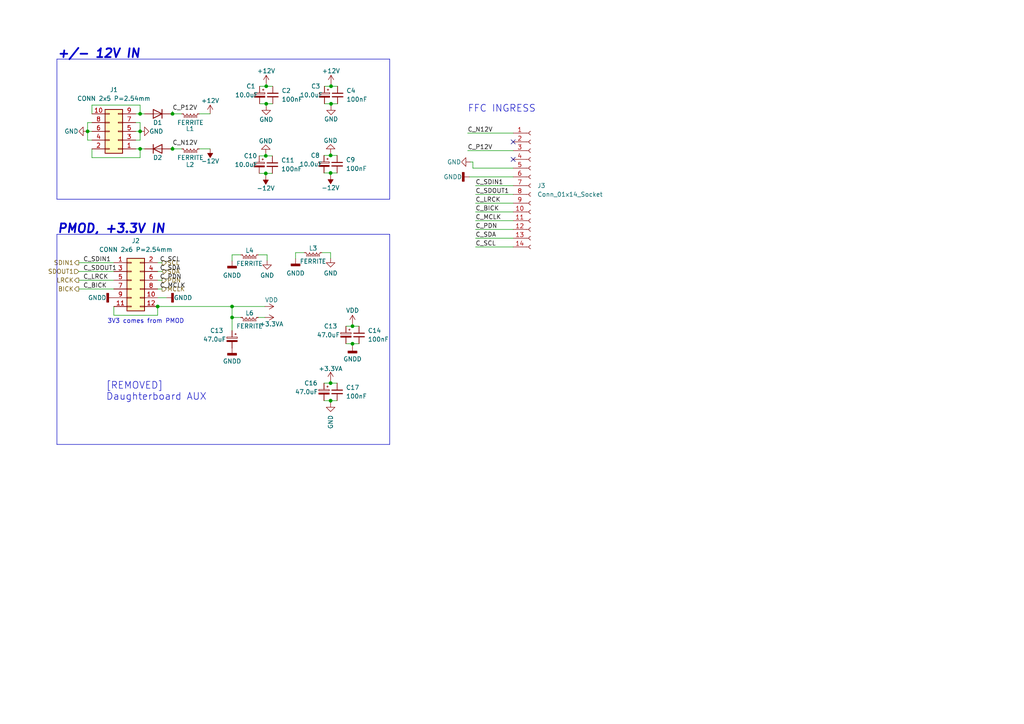
<source format=kicad_sch>
(kicad_sch (version 20230121) (generator eeschema)
  (paper "A4")
  (lib_symbols
    (symbol "Connector:Conn_01x14_Socket" (pin_names (offset 1.016) hide)
      (property "Reference" "J" (at 0 17.78 0))
      (property "Value" "Conn_01x14_Socket" (at 0 -20.32 0))
      (symbol "Conn_01x14_Socket_1_1"
        (arc (start 0 -17.272) (mid -0.5058 -17.78) (end 0 -18.288) (stroke (width 0.1524)))
        (arc (start 0 -14.732) (mid -0.5058 -15.24) (end 0 -15.748) (stroke (width 0.1524)))
        (arc (start 0 -12.192) (mid -0.5058 -12.7) (end 0 -13.208) (stroke (width 0.1524)))
        (arc (start 0 -9.652) (mid -0.5058 -10.16) (end 0 -10.668) (stroke (width 0.1524)))
        (arc (start 0 -7.112) (mid -0.5058 -7.62) (end 0 -8.128) (stroke (width 0.1524)))
        (arc (start 0 -4.572) (mid -0.5058 -5.08) (end 0 -5.588) (stroke (width 0.1524)))
        (arc (start 0 -2.032) (mid -0.5058 -2.54) (end 0 -3.048) (stroke (width 0.1524)))
        (polyline (pts (xy -1.27 -17.78) (xy -0.508 -17.78)) (stroke (width 0.1524)))
        (polyline (pts (xy -1.27 -15.24) (xy -0.508 -15.24)) (stroke (width 0.1524)))
        (polyline (pts (xy -1.27 -12.7) (xy -0.508 -12.7)) (stroke (width 0.1524)))
        (polyline (pts (xy -1.27 -10.16) (xy -0.508 -10.16)) (stroke (width 0.1524)))
        (polyline (pts (xy -1.27 -7.62) (xy -0.508 -7.62)) (stroke (width 0.1524)))
        (polyline (pts (xy -1.27 -5.08) (xy -0.508 -5.08)) (stroke (width 0.1524)))
        (polyline (pts (xy -1.27 -2.54) (xy -0.508 -2.54)) (stroke (width 0.1524)))
        (polyline (pts (xy -1.27 0) (xy -0.508 0)) (stroke (width 0.1524)))
        (polyline (pts (xy -1.27 2.54) (xy -0.508 2.54)) (stroke (width 0.1524)))
        (polyline (pts (xy -1.27 5.08) (xy -0.508 5.08)) (stroke (width 0.1524)))
        (polyline (pts (xy -1.27 7.62) (xy -0.508 7.62)) (stroke (width 0.1524)))
        (polyline (pts (xy -1.27 10.16) (xy -0.508 10.16)) (stroke (width 0.1524)))
        (polyline (pts (xy -1.27 12.7) (xy -0.508 12.7)) (stroke (width 0.1524)))
        (polyline (pts (xy -1.27 15.24) (xy -0.508 15.24)) (stroke (width 0.1524)))
        (arc (start 0 0.508) (mid -0.5058 0) (end 0 -0.508) (stroke (width 0.1524)))
        (arc (start 0 3.048) (mid -0.5058 2.54) (end 0 2.032) (stroke (width 0.1524)))
        (arc (start 0 5.588) (mid -0.5058 5.08) (end 0 4.572) (stroke (width 0.1524)))
        (arc (start 0 8.128) (mid -0.5058 7.62) (end 0 7.112) (stroke (width 0.1524)))
        (arc (start 0 10.668) (mid -0.5058 10.16) (end 0 9.652) (stroke (width 0.1524)))
        (arc (start 0 13.208) (mid -0.5058 12.7) (end 0 12.192) (stroke (width 0.1524)))
        (arc (start 0 15.748) (mid -0.5058 15.24) (end 0 14.732) (stroke (width 0.1524)))
        (pin passive line (at -5.08 15.24 0) (length 3.81) (name "Pin_1") (number "1"))
        (pin passive line (at -5.08 -7.62 0) (length 3.81) (name "Pin_10") (number "10"))
        (pin passive line (at -5.08 -10.16 0) (length 3.81) (name "Pin_11") (number "11"))
        (pin passive line (at -5.08 -12.7 0) (length 3.81) (name "Pin_12") (number "12"))
        (pin passive line (at -5.08 -15.24 0) (length 3.81) (name "Pin_13") (number "13"))
        (pin passive line (at -5.08 -17.78 0) (length 3.81) (name "Pin_14") (number "14"))
        (pin passive line (at -5.08 12.7 0) (length 3.81) (name "Pin_2") (number "2"))
        (pin passive line (at -5.08 10.16 0) (length 3.81) (name "Pin_3") (number "3"))
        (pin passive line (at -5.08 7.62 0) (length 3.81) (name "Pin_4") (number "4"))
        (pin passive line (at -5.08 5.08 0) (length 3.81) (name "Pin_5") (number "5"))
        (pin passive line (at -5.08 2.54 0) (length 3.81) (name "Pin_6") (number "6"))
        (pin passive line (at -5.08 0 0) (length 3.81) (name "Pin_7") (number "7"))
        (pin passive line (at -5.08 -2.54 0) (length 3.81) (name "Pin_8") (number "8"))
        (pin passive line (at -5.08 -5.08 0) (length 3.81) (name "Pin_9") (number "9"))
      )
    )
    (symbol "Connector_Generic:Conn_02x05_Odd_Even" (pin_names (offset 1.016) hide)
      (property "Reference" "J" (at 1.27 7.62 0))
      (property "Value" "Conn_02x05_Odd_Even" (at 1.27 -7.62 0))
      (symbol "Conn_02x05_Odd_Even_1_1"
        (rectangle (start -1.27 -4.953) (end 0 -5.207) (stroke (width 0.1524)))
        (rectangle (start -1.27 -2.413) (end 0 -2.667) (stroke (width 0.1524)))
        (rectangle (start -1.27 0.127) (end 0 -0.127) (stroke (width 0.1524)))
        (rectangle (start -1.27 2.667) (end 0 2.413) (stroke (width 0.1524)))
        (rectangle (start -1.27 5.207) (end 0 4.953) (stroke (width 0.1524)))
        (rectangle (start -1.27 6.35) (end 3.81 -6.35) (stroke (width 0.254)) (fill (type background)))
        (rectangle (start 3.81 -4.953) (end 2.54 -5.207) (stroke (width 0.1524)))
        (rectangle (start 3.81 -2.413) (end 2.54 -2.667) (stroke (width 0.1524)))
        (rectangle (start 3.81 0.127) (end 2.54 -0.127) (stroke (width 0.1524)))
        (rectangle (start 3.81 2.667) (end 2.54 2.413) (stroke (width 0.1524)))
        (rectangle (start 3.81 5.207) (end 2.54 4.953) (stroke (width 0.1524)))
        (pin passive line (at -5.08 5.08 0) (length 3.81) (name "Pin_1") (number "1"))
        (pin passive line (at 7.62 -5.08 180) (length 3.81) (name "Pin_10") (number "10"))
        (pin passive line (at 7.62 5.08 180) (length 3.81) (name "Pin_2") (number "2"))
        (pin passive line (at -5.08 2.54 0) (length 3.81) (name "Pin_3") (number "3"))
        (pin passive line (at 7.62 2.54 180) (length 3.81) (name "Pin_4") (number "4"))
        (pin passive line (at -5.08 0 0) (length 3.81) (name "Pin_5") (number "5"))
        (pin passive line (at 7.62 0 180) (length 3.81) (name "Pin_6") (number "6"))
        (pin passive line (at -5.08 -2.54 0) (length 3.81) (name "Pin_7") (number "7"))
        (pin passive line (at 7.62 -2.54 180) (length 3.81) (name "Pin_8") (number "8"))
        (pin passive line (at -5.08 -5.08 0) (length 3.81) (name "Pin_9") (number "9"))
      )
    )
    (symbol "Connector_Generic:Conn_02x06_Odd_Even" (pin_names (offset 1.016) hide)
      (property "Reference" "J" (at 1.27 7.62 0))
      (property "Value" "Conn_02x06_Odd_Even" (at 1.27 -10.16 0))
      (symbol "Conn_02x06_Odd_Even_1_1"
        (rectangle (start -1.27 -7.493) (end 0 -7.747) (stroke (width 0.1524)))
        (rectangle (start -1.27 -4.953) (end 0 -5.207) (stroke (width 0.1524)))
        (rectangle (start -1.27 -2.413) (end 0 -2.667) (stroke (width 0.1524)))
        (rectangle (start -1.27 0.127) (end 0 -0.127) (stroke (width 0.1524)))
        (rectangle (start -1.27 2.667) (end 0 2.413) (stroke (width 0.1524)))
        (rectangle (start -1.27 5.207) (end 0 4.953) (stroke (width 0.1524)))
        (rectangle (start -1.27 6.35) (end 3.81 -8.89) (stroke (width 0.254)) (fill (type background)))
        (rectangle (start 3.81 -7.493) (end 2.54 -7.747) (stroke (width 0.1524)))
        (rectangle (start 3.81 -4.953) (end 2.54 -5.207) (stroke (width 0.1524)))
        (rectangle (start 3.81 -2.413) (end 2.54 -2.667) (stroke (width 0.1524)))
        (rectangle (start 3.81 0.127) (end 2.54 -0.127) (stroke (width 0.1524)))
        (rectangle (start 3.81 2.667) (end 2.54 2.413) (stroke (width 0.1524)))
        (rectangle (start 3.81 5.207) (end 2.54 4.953) (stroke (width 0.1524)))
        (pin passive line (at -5.08 5.08 0) (length 3.81) (name "Pin_1") (number "1"))
        (pin passive line (at 7.62 -5.08 180) (length 3.81) (name "Pin_10") (number "10"))
        (pin passive line (at -5.08 -7.62 0) (length 3.81) (name "Pin_11") (number "11"))
        (pin passive line (at 7.62 -7.62 180) (length 3.81) (name "Pin_12") (number "12"))
        (pin passive line (at 7.62 5.08 180) (length 3.81) (name "Pin_2") (number "2"))
        (pin passive line (at -5.08 2.54 0) (length 3.81) (name "Pin_3") (number "3"))
        (pin passive line (at 7.62 2.54 180) (length 3.81) (name "Pin_4") (number "4"))
        (pin passive line (at -5.08 0 0) (length 3.81) (name "Pin_5") (number "5"))
        (pin passive line (at 7.62 0 180) (length 3.81) (name "Pin_6") (number "6"))
        (pin passive line (at -5.08 -2.54 0) (length 3.81) (name "Pin_7") (number "7"))
        (pin passive line (at 7.62 -2.54 180) (length 3.81) (name "Pin_8") (number "8"))
        (pin passive line (at -5.08 -5.08 0) (length 3.81) (name "Pin_9") (number "9"))
      )
    )
    (symbol "Device:C_Polarized_Small" (pin_numbers hide) (pin_names (offset 0.254) hide)
      (property "Reference" "C" (at 0.254 1.778 0))
      (property "Value" "C_Polarized_Small" (at 0.254 -2.032 0))
      (symbol "C_Polarized_Small_0_1"
        (rectangle (start -1.524 -0.3048) (end 1.524 -0.6858) (fill (type outline)))
        (rectangle (start -1.524 0.6858) (end 1.524 0.3048))
        (polyline (pts (xy -1.27 1.524) (xy -0.762 1.524)))
        (polyline (pts (xy -1.016 1.27) (xy -1.016 1.778)))
      )
      (symbol "C_Polarized_Small_1_1"
        (pin passive line (at 0 2.54 270) (length 1.8542) (name "~") (number "1"))
        (pin passive line (at 0 -2.54 90) (length 1.8542) (name "~") (number "2"))
      )
    )
    (symbol "Device:C_Small" (pin_numbers hide) (pin_names (offset 0.254) hide)
      (property "Reference" "C" (at 0.254 1.778 0))
      (property "Value" "C_Small" (at 0.254 -2.032 0))
      (symbol "C_Small_0_1"
        (polyline (pts (xy -1.524 -0.508) (xy 1.524 -0.508)) (stroke (width 0.3302)))
        (polyline (pts (xy -1.524 0.508) (xy 1.524 0.508)) (stroke (width 0.3048)))
      )
      (symbol "C_Small_1_1"
        (pin passive line (at 0 2.54 270) (length 2.032) (name "~") (number "1"))
        (pin passive line (at 0 -2.54 90) (length 2.032) (name "~") (number "2"))
      )
    )
    (symbol "Device:L_Ferrite_Small" (pin_numbers hide) (pin_names (offset 0.254) hide)
      (property "Reference" "L" (at 1.27 1.016 0))
      (property "Value" "L_Ferrite_Small" (at 1.27 -1.27 0))
      (symbol "L_Ferrite_Small_0_1"
        (arc (start 0 -2.032) (mid 0.5058 -1.524) (end 0 -1.016))
        (arc (start 0 -1.016) (mid 0.5058 -0.508) (end 0 0))
        (polyline (pts (xy 0.762 -1.905) (xy 0.762 -1.651)))
        (polyline (pts (xy 0.762 -1.397) (xy 0.762 -1.143)))
        (polyline (pts (xy 0.762 -0.889) (xy 0.762 -0.635)))
        (polyline (pts (xy 0.762 -0.381) (xy 0.762 -0.127)))
        (polyline (pts (xy 0.762 0.127) (xy 0.762 0.381)))
        (polyline (pts (xy 0.762 0.635) (xy 0.762 0.889)))
        (polyline (pts (xy 0.762 1.143) (xy 0.762 1.397)))
        (polyline (pts (xy 0.762 1.651) (xy 0.762 1.905)))
        (polyline (pts (xy 1.016 -1.651) (xy 1.016 -1.905)))
        (polyline (pts (xy 1.016 -1.143) (xy 1.016 -1.397)))
        (polyline (pts (xy 1.016 -0.635) (xy 1.016 -0.889)))
        (polyline (pts (xy 1.016 -0.127) (xy 1.016 -0.381)))
        (polyline (pts (xy 1.016 0.381) (xy 1.016 0.127)))
        (polyline (pts (xy 1.016 0.889) (xy 1.016 0.635)))
        (polyline (pts (xy 1.016 1.397) (xy 1.016 1.143)))
        (polyline (pts (xy 1.016 1.905) (xy 1.016 1.651)))
        (arc (start 0 0) (mid 0.5058 0.508) (end 0 1.016))
        (arc (start 0 1.016) (mid 0.5058 1.524) (end 0 2.032))
      )
      (symbol "L_Ferrite_Small_1_1"
        (pin passive line (at 0 2.54 270) (length 0.508) (name "~") (number "1"))
        (pin passive line (at 0 -2.54 90) (length 0.508) (name "~") (number "2"))
      )
    )
    (symbol "Diode:US1G" (pin_numbers hide) (pin_names (offset 1.016) hide)
      (property "Reference" "D" (at 0 2.54 0))
      (property "Value" "US1G" (at 0 -2.54 0))
      (symbol "US1G_0_1"
        (polyline (pts (xy -1.27 1.27) (xy -1.27 -1.27)) (stroke (width 0.254)))
        (polyline (pts (xy 1.27 0) (xy -1.27 0)))
        (polyline (pts (xy 1.27 1.27) (xy 1.27 -1.27) (xy -1.27 0) (xy 1.27 1.27)) (stroke (width 0.254)))
      )
      (symbol "US1G_1_1"
        (pin passive line (at -3.81 0 0) (length 2.54) (name "K") (number "1"))
        (pin passive line (at 3.81 0 180) (length 2.54) (name "A") (number "2"))
      )
    )
    (symbol "power:+12V" (power) (pin_names (offset 0))
      (property "Value" "+12V" (at 0 3.556 0))
      (symbol "+12V_0_1"
        (polyline (pts (xy -0.762 1.27) (xy 0 2.54)))
        (polyline (pts (xy 0 0) (xy 0 2.54)))
        (polyline (pts (xy 0 2.54) (xy 0.762 1.27)))
      )
      (symbol "+12V_1_1"
        (pin power_in line (at 0 0 90) (length 0) hide (name "+12V") (number "1"))
      )
    )
    (symbol "power:+3.3VA" (power) (pin_names (offset 0))
      (property "Value" "+3.3VA" (at 0 3.556 0))
      (symbol "+3.3VA_0_1"
        (polyline (pts (xy -0.762 1.27) (xy 0 2.54)))
        (polyline (pts (xy 0 0) (xy 0 2.54)))
        (polyline (pts (xy 0 2.54) (xy 0.762 1.27)))
      )
      (symbol "+3.3VA_1_1"
        (pin power_in line (at 0 0 90) (length 0) hide (name "+3.3VA") (number "1"))
      )
    )
    (symbol "power:-12V" (power) (pin_names (offset 0))
      (property "Value" "-12V" (at 0 3.81 0))
      (symbol "-12V_0_0"
        (pin power_in line (at 0 0 90) (length 0) hide (name "-12V") (number "1"))
      )
      (symbol "-12V_0_1"
        (polyline (pts (xy 0 0) (xy 0 1.27) (xy 0.762 1.27) (xy 0 2.54) (xy -0.762 1.27) (xy 0 1.27)) (fill (type outline)))
      )
    )
    (symbol "power:GND" (power) (pin_names (offset 0))
      (property "Value" "GND" (at 0 -3.81 0))
      (symbol "GND_0_1"
        (polyline (pts (xy 0 0) (xy 0 -1.27) (xy 1.27 -1.27) (xy 0 -2.54) (xy -1.27 -1.27) (xy 0 -1.27)))
      )
      (symbol "GND_1_1"
        (pin power_in line (at 0 0 270) (length 0) hide (name "GND") (number "1"))
      )
    )
    (symbol "power:GNDD" (power) (pin_names (offset 0))
      (property "Value" "GNDD" (at 0 -3.175 0))
      (symbol "GNDD_0_1"
        (rectangle (start -1.27 -1.524) (end 1.27 -2.032) (stroke (width 0.254)) (fill (type outline)))
        (polyline (pts (xy 0 0) (xy 0 -1.524)))
      )
      (symbol "GNDD_1_1"
        (pin power_in line (at 0 0 270) (length 0) hide (name "GNDD") (number "1"))
      )
    )
    (symbol "power:VDD" (power) (pin_names (offset 0))
      (property "Value" "VDD" (at 0 3.81 0))
      (symbol "VDD_0_1"
        (polyline (pts (xy -0.762 1.27) (xy 0 2.54)))
        (polyline (pts (xy 0 0) (xy 0 2.54)))
        (polyline (pts (xy 0 2.54) (xy 0.762 1.27)))
      )
      (symbol "VDD_1_1"
        (pin power_in line (at 0 0 90) (length 0) hide (name "VDD") (number "1"))
      )
    )
  )
  (junction (at 45.72 88.9))
  (junction (at 50.038 43.18))
  (junction (at 96.012 30.099))
  (junction (at 77.216 25.019))
  (junction (at 25.4 38.1))
  (junction (at 50.038 33.02))
  (junction (at 77.089 50.292))
  (junction (at 95.885 45.085))
  (junction (at 40.64 38.1))
  (junction (at 95.885 111.125))
  (junction (at 77.216 30.099))
  (junction (at 77.089 45.212))
  (junction (at 95.885 50.165))
  (junction (at 40.64 43.18))
  (junction (at 96.012 25.019))
  (junction (at 95.885 116.205))
  (junction (at 67.31 88.9))
  (junction (at 102.235 99.695))
  (junction (at 67.31 92.075))
  (junction (at 40.64 33.02))
  (junction (at 102.235 94.615))
  (no_connect (at 148.844 46.228))
  (no_connect (at 148.844 41.148))
  (wire (pts (xy 75.184 45.212) (xy 77.089 45.212)))
  (wire (pts (xy 93.98 45.085) (xy 95.885 45.085)))
  (polyline (pts (xy 113.03 57.785) (xy 16.51 57.785)))
  (wire (pts (xy 93.98 116.205) (xy 95.885 116.205)))
  (wire (pts (xy 45.72 78.74) (xy 46.99 78.74)))
  (wire (pts (xy 77.089 50.292) (xy 77.089 50.927)))
  (wire (pts (xy 96.012 30.099) (xy 96.012 30.734)))
  (polyline (pts (xy 19.05 17.145) (xy 113.03 17.145)))
  (wire (pts (xy 40.64 45.72) (xy 26.67 45.72)))
  (wire (pts (xy 100.33 99.695) (xy 102.235 99.695)))
  (wire (pts (xy 40.64 43.18) (xy 40.64 45.72)))
  (wire (pts (xy 74.93 73.914) (xy 77.47 73.914)))
  (wire (pts (xy 22.86 81.28) (xy 33.02 81.28)))
  (wire (pts (xy 77.47 75.565) (xy 77.47 73.914)))
  (wire (pts (xy 96.012 30.099) (xy 97.917 30.099)))
  (wire (pts (xy 95.885 111.125) (xy 97.79 111.125)))
  (wire (pts (xy 77.216 30.099) (xy 79.121 30.099)))
  (wire (pts (xy 93.98 50.165) (xy 95.885 50.165)))
  (wire (pts (xy 95.885 74.93) (xy 95.885 73.279)))
  (wire (pts (xy 95.885 44.45) (xy 95.885 45.085)))
  (wire (pts (xy 50.038 43.18) (xy 52.705 43.18)))
  (wire (pts (xy 39.37 33.02) (xy 40.64 33.02)))
  (wire (pts (xy 40.64 33.02) (xy 41.91 33.02)))
  (wire (pts (xy 77.216 24.384) (xy 77.216 25.019)))
  (wire (pts (xy 137.16 46.99) (xy 137.16 48.768)))
  (wire (pts (xy 33.02 88.9) (xy 33.02 91.44)))
  (wire (pts (xy 39.37 35.56) (xy 40.64 35.56)))
  (polyline (pts (xy 16.51 57.785) (xy 16.51 17.145)))
  (wire (pts (xy 95.885 50.165) (xy 95.885 50.8)))
  (wire (pts (xy 25.4 35.56) (xy 26.67 35.56)))
  (wire (pts (xy 77.089 45.212) (xy 78.994 45.212)))
  (wire (pts (xy 40.64 43.18) (xy 41.91 43.18)))
  (wire (pts (xy 45.72 86.36) (xy 48.26 86.36)))
  (wire (pts (xy 102.235 93.98) (xy 102.235 94.615)))
  (polyline (pts (xy 113.03 67.945) (xy 113.03 128.905)))
  (wire (pts (xy 67.31 73.914) (xy 67.31 75.692)))
  (wire (pts (xy 137.922 58.928) (xy 148.844 58.928)))
  (wire (pts (xy 67.31 73.914) (xy 69.85 73.914)))
  (wire (pts (xy 137.922 66.548) (xy 148.844 66.548)))
  (wire (pts (xy 57.785 43.18) (xy 60.96 43.18)))
  (wire (pts (xy 22.86 78.74) (xy 33.02 78.74)))
  (wire (pts (xy 45.72 83.82) (xy 46.99 83.82)))
  (wire (pts (xy 45.72 88.9) (xy 67.31 88.9)))
  (wire (pts (xy 95.885 116.205) (xy 97.79 116.205)))
  (wire (pts (xy 95.885 116.205) (xy 95.885 116.84)))
  (wire (pts (xy 33.02 91.44) (xy 45.72 91.44)))
  (wire (pts (xy 26.67 30.48) (xy 26.67 33.02)))
  (wire (pts (xy 22.86 76.2) (xy 33.02 76.2)))
  (wire (pts (xy 95.885 110.49) (xy 95.885 111.125)))
  (wire (pts (xy 96.012 24.384) (xy 96.012 25.019)))
  (wire (pts (xy 26.67 40.64) (xy 25.4 40.64)))
  (wire (pts (xy 49.53 33.02) (xy 50.038 33.02)))
  (wire (pts (xy 136.144 51.308) (xy 148.844 51.308)))
  (wire (pts (xy 137.922 71.628) (xy 148.844 71.628)))
  (wire (pts (xy 50.038 32.258) (xy 50.038 33.02)))
  (wire (pts (xy 39.37 40.64) (xy 40.64 40.64)))
  (wire (pts (xy 40.64 38.1) (xy 40.64 40.64)))
  (wire (pts (xy 45.72 81.28) (xy 46.99 81.28)))
  (wire (pts (xy 137.922 69.088) (xy 148.844 69.088)))
  (polyline (pts (xy 16.51 17.145) (xy 19.05 17.145)))
  (wire (pts (xy 137.922 56.388) (xy 148.844 56.388)))
  (wire (pts (xy 93.98 111.125) (xy 95.885 111.125)))
  (wire (pts (xy 50.038 42.418) (xy 50.038 43.18)))
  (wire (pts (xy 85.725 73.279) (xy 88.265 73.279)))
  (wire (pts (xy 45.72 76.2) (xy 46.99 76.2)))
  (wire (pts (xy 77.216 25.019) (xy 79.121 25.019)))
  (polyline (pts (xy 16.51 67.945) (xy 16.51 128.905)))
  (wire (pts (xy 137.16 48.768) (xy 148.844 48.768)))
  (wire (pts (xy 93.345 73.279) (xy 95.885 73.279)))
  (wire (pts (xy 94.107 30.099) (xy 96.012 30.099)))
  (wire (pts (xy 74.93 92.075) (xy 76.835 92.075)))
  (wire (pts (xy 50.038 33.02) (xy 52.705 33.02)))
  (wire (pts (xy 135.636 38.608) (xy 148.844 38.608)))
  (wire (pts (xy 102.235 94.615) (xy 104.14 94.615)))
  (wire (pts (xy 102.235 99.695) (xy 104.14 99.695)))
  (polyline (pts (xy 16.51 67.945) (xy 113.03 67.945)))
  (wire (pts (xy 67.31 88.9) (xy 76.835 88.9)))
  (wire (pts (xy 22.86 83.82) (xy 33.02 83.82)))
  (wire (pts (xy 40.64 33.02) (xy 40.64 30.48)))
  (wire (pts (xy 77.089 44.577) (xy 77.089 45.212)))
  (wire (pts (xy 75.311 25.019) (xy 77.216 25.019)))
  (wire (pts (xy 100.33 94.615) (xy 102.235 94.615)))
  (wire (pts (xy 95.885 50.165) (xy 97.79 50.165)))
  (wire (pts (xy 136.398 46.99) (xy 137.16 46.99)))
  (wire (pts (xy 25.4 38.1) (xy 26.67 38.1)))
  (wire (pts (xy 26.67 45.72) (xy 26.67 43.18)))
  (wire (pts (xy 77.216 30.099) (xy 77.216 30.734)))
  (wire (pts (xy 67.31 92.075) (xy 67.31 95.885)))
  (wire (pts (xy 40.64 30.48) (xy 26.67 30.48)))
  (wire (pts (xy 67.31 92.075) (xy 69.85 92.075)))
  (wire (pts (xy 96.012 25.019) (xy 97.917 25.019)))
  (wire (pts (xy 57.785 33.02) (xy 60.96 33.02)))
  (wire (pts (xy 137.922 64.008) (xy 148.844 64.008)))
  (wire (pts (xy 75.184 50.292) (xy 77.089 50.292)))
  (wire (pts (xy 25.4 40.64) (xy 25.4 38.1)))
  (wire (pts (xy 45.72 91.44) (xy 45.72 88.9)))
  (wire (pts (xy 77.089 50.292) (xy 78.994 50.292)))
  (wire (pts (xy 137.922 61.468) (xy 148.844 61.468)))
  (wire (pts (xy 39.37 38.1) (xy 40.64 38.1)))
  (wire (pts (xy 85.725 73.279) (xy 85.725 75.057)))
  (wire (pts (xy 135.636 43.688) (xy 148.844 43.688)))
  (wire (pts (xy 25.4 38.1) (xy 25.4 35.56)))
  (wire (pts (xy 39.37 43.18) (xy 40.64 43.18)))
  (wire (pts (xy 75.311 30.099) (xy 77.216 30.099)))
  (wire (pts (xy 94.107 25.019) (xy 96.012 25.019)))
  (wire (pts (xy 67.31 88.9) (xy 67.31 92.075)))
  (polyline (pts (xy 113.03 17.145) (xy 113.03 57.785)))
  (wire (pts (xy 49.53 43.18) (xy 50.038 43.18)))
  (wire (pts (xy 40.64 35.56) (xy 40.64 38.1)))
  (wire (pts (xy 137.922 53.848) (xy 148.844 53.848)))
  (wire (pts (xy 102.235 99.695) (xy 102.235 100.33)))
  (polyline (pts (xy 113.03 128.905) (xy 16.51 128.905)))
  (wire (pts (xy 95.885 45.085) (xy 97.79 45.085)))
  (text "+/- 12V IN" (at 16.51 17.145 0) (effects (font (size 2.54 2.54) (thickness 0.508) bold italic) (justify left bottom)))
  (text "PMOD, +3.3V IN" (at 16.51 67.945 0) (effects (font (size 2.54 2.54) (thickness 0.508) bold italic) (justify left bottom)))
  (text "3V3 comes from PMOD" (at 31.115 93.98 0) (effects (font (size 1.27 1.27)) (justify left bottom)))
  (text "[REMOVED]\nDaughterboard AUX" (at 30.734 116.332 0) (effects (font (size 2 2)) (justify left bottom)))
  (text "FFC INGRESS" (at 135.636 32.766 0) (effects (font (size 2 2)) (justify left bottom)))
  (label "C_MCLK" (at 46.355 83.82 0))
  (label "C_SCL" (at 137.922 71.628 0))
  (label "C_SCL" (at 46.355 76.2 0))
  (label "C_N12V" (at 135.636 38.608 0))
  (label "C_SDOUT1" (at 24.13 78.74 0))
  (label "C_LRCK" (at 137.922 58.928 0))
  (label "C_SDA" (at 137.922 69.088 0))
  (label "C_P12V" (at 135.636 43.688 0))
  (label "C_SDIN1" (at 24.13 76.2 0))
  (label "C_BICK" (at 137.922 61.468 0))
  (label "C_PDN" (at 46.355 81.28 0))
  (label "C_PDN" (at 137.922 66.548 0))
  (label "C_P12V" (at 50.038 32.258 0))
  (label "C_MCLK" (at 137.922 64.008 0))
  (label "C_SDOUT1" (at 137.922 56.388 0))
  (label "C_LRCK" (at 24.13 81.28 0))
  (label "C_N12V" (at 50.038 42.418 0))
  (label "C_BICK" (at 24.13 83.82 0))
  (label "C_SDA" (at 46.355 78.74 0))
  (label "C_SDIN1" (at 137.922 53.848 0))
  (hierarchical_label "SDOUT1" (shape input) (at 22.86 78.74 180))
  (hierarchical_label "SDA" (shape bidirectional) (at 46.99 78.74 0))
  (hierarchical_label "LRCK" (shape output) (at 22.86 81.28 180))
  (hierarchical_label "PDN" (shape output) (at 46.99 81.28 0))
  (hierarchical_label "BICK" (shape output) (at 22.86 83.82 180))
  (hierarchical_label "SDIN1" (shape output) (at 22.86 76.2 180))
  (hierarchical_label "SCL" (shape output) (at 46.99 76.2 0))
  (hierarchical_label "MCLK" (shape output) (at 46.99 83.82 0))
  (symbol (lib_id "Connector_Generic:Conn_02x05_Odd_Even") (at 34.29 38.1 180) (unit 1)
    (property "Reference" "J1" (at 33.02 26.035 0))
    (property "Value" "CONN 2x5 P=2.54mm" (at 33.02 28.575 0))
    (property "Footprint" "Connector_PinHeader_2.54mm:PinHeader_2x05_P2.54mm_Horizontal" (effects hide))
    (property "lcsc#" "C492433" (effects hide))
    (property "mfg#" "PZ254R-12-10P" (effects hide))
  )
  (symbol (lib_id "Device:C_Polarized_Small") (at 94.107 27.559 0) (mirror y) (unit 1)
    (property "Reference" "C3" (at 91.567 25.019 0))
    (property "Value" "10.0uF" (at 90.297 27.559 0))
    (property "Footprint" "Capacitor_Tantalum_SMD:CP_EIA-3216-10_Kemet-I" (effects hide))
    (property "Datasheet" "https://datasheet.lcsc.com/lcsc/1810252220_KEMET-T491A106K016AT_C110055.pdf" (effects hide))
    (property "dig#" "399-18019-1-ND" (effects hide))
    (property "mfg#" "T491A106K016AT" (effects hide))
    (property "lcsc#" "C110055" (effects hide))
    (instances (project "eurorack-pmod-pcb" (path "" (reference "C3") (unit 1)) (path "" (reference "C11") (unit 1))))
  )
  (symbol (lib_id "power:GNDD") (at 85.725 75.057 0) (unit 1)
    (property "Reference" "#PWR027" (effects hide))
    (property "Value" "GNDD" (at 85.725 79.248 0))
    (instances (project "eurorack-pmod-pcb" (path "" (reference "#PWR027") (unit 1)) (path "" (reference "#PWR029") (unit 1))))
  )
  (symbol (lib_id "power:GNDD") (at 136.144 51.308 270) (unit 1)
    (property "Reference" "#PWR032" (effects hide))
    (property "Value" "GNDD" (at 131.318 51.308 90))
    (instances (project "eurorack-pmod-pcb" (path "" (reference "#PWR032") (unit 1)) (path "" (reference "#PWR012") (unit 1))))
  )
  (symbol (lib_id "power:+12V") (at 77.216 24.384 0) (unit 1)
    (property "Reference" "#PWR08" (effects hide))
    (property "Value" "+12V" (at 74.549 20.574 0) (effects (justify left)))
    (instances (project "eurorack-pmod-pcb" (path "" (reference "#PWR08") (unit 1)) (path "" (reference "#PWR026") (unit 1))))
  )
  (symbol (lib_id "Device:L_Ferrite_Small") (at 55.245 33.02 270) (unit 1)
    (property "Reference" "L1" (at 55.118 37.338 90))
    (property "Value" "FERRITE" (at 55.245 35.56 90))
    (property "Footprint" "Inductor_SMD:L_0603_1608Metric" (effects hide))
    (property "Datasheet" "https://datasheet.lcsc.com/lcsc/1810311132_Murata-Electronics-BLM18PG121SN1D_C14709.pdf" (effects hide))
    (property "mfg#" "BLM18PG121SN1D" (effects hide))
    (property "lcsc#" "C14709" (effects hide))
  )
  (symbol (lib_id "power:GND") (at 136.398 46.99 270) (mirror x) (unit 1)
    (property "Reference" "#PWR014" (effects hide))
    (property "Value" "GND" (at 129.667 46.99 90) (effects (justify left)))
    (instances (project "eurorack-pmod-pcb" (path "" (reference "#PWR014") (unit 1)) (path "" (reference "#PWR0107") (unit 1))))
  )
  (symbol (lib_id "power:+12V") (at 60.96 33.02 0) (unit 1)
    (property "Reference" "#PWR012" (effects hide))
    (property "Value" "+12V" (at 63.627 29.21 0) (effects (justify right)))
    (instances (project "eurorack-pmod-pcb" (path "" (reference "#PWR012") (unit 1)) (path "" (reference "#PWR013") (unit 1))))
  )
  (symbol (lib_id "Device:C_Polarized_Small") (at 93.98 47.625 0) (mirror y) (unit 1)
    (property "Reference" "C8" (at 91.44 45.085 0))
    (property "Value" "10.0uF" (at 90.17 47.625 0))
    (property "Footprint" "Capacitor_Tantalum_SMD:CP_EIA-3216-10_Kemet-I" (effects hide))
    (property "Datasheet" "https://datasheet.lcsc.com/lcsc/1810252220_KEMET-T491A106K016AT_C110055.pdf" (effects hide))
    (property "dig#" "399-18019-1-ND" (effects hide))
    (property "mfg#" "T491A106K016AT" (effects hide))
    (property "lcsc#" "C110055" (effects hide))
    (instances (project "eurorack-pmod-pcb" (path "" (reference "C8") (unit 1)) (path "" (reference "C9") (unit 1))))
  )
  (symbol (lib_id "power:GND") (at 77.47 75.565 0) (unit 1)
    (property "Reference" "#PWR028" (effects hide))
    (property "Value" "GND" (at 75.438 79.883 0) (effects (justify left)))
  )
  (symbol (lib_id "Diode:US1G") (at 45.72 43.18 0) (unit 1)
    (property "Reference" "D2" (at 45.72 45.72 0))
    (property "Value" "1N4007FL" (effects hide))
    (property "Footprint" "Diode_SMD:D_SOD-123F" (effects hide))
    (property "Datasheet" "https://www.diodes.com/assets/Datasheets/ds16008.pdf" (effects hide))
    (property "dig#" "1655-1N4007FLCT-ND" (effects hide))
    (property "mfg#" "1N4007FL" (effects hide))
    (property "lcsc#" "C2840959" (effects hide))
  )
  (symbol (lib_id "power:GND") (at 95.885 44.45 180) (unit 1)
    (property "Reference" "#PWR019" (effects hide))
    (property "Value" "GND" (at 97.917 40.767 0) (effects (justify left)))
    (instances (project "eurorack-pmod-pcb" (path "" (reference "#PWR019") (unit 1)) (path "" (reference "#PWR031") (unit 1))))
  )
  (symbol (lib_id "power:GNDD") (at 33.02 86.36 270) (unit 1)
    (property "Reference" "#PWR031" (effects hide))
    (property "Value" "GNDD" (at 28.194 86.36 90))
    (instances (project "eurorack-pmod-pcb" (path "" (reference "#PWR031") (unit 1)) (path "" (reference "#PWR09") (unit 1))))
  )
  (symbol (lib_id "power:GNDD") (at 48.26 86.36 90) (unit 1)
    (property "Reference" "#PWR032" (effects hide))
    (property "Value" "GNDD" (at 53.086 86.36 90))
    (instances (project "eurorack-pmod-pcb" (path "" (reference "#PWR032") (unit 1)) (path "" (reference "#PWR011") (unit 1))))
  )
  (symbol (lib_id "Device:L_Ferrite_Small") (at 72.39 73.914 270) (unit 1)
    (property "Reference" "L4" (at 72.39 72.644 90))
    (property "Value" "FERRITE" (at 72.39 76.454 90))
    (property "Footprint" "Inductor_SMD:L_0603_1608Metric" (effects hide))
    (property "Datasheet" "https://datasheet.lcsc.com/lcsc/1810311132_Murata-Electronics-BLM18PG121SN1D_C14709.pdf" (effects hide))
    (property "mfg#" "BLM18PG121SN1D" (effects hide))
    (property "lcsc#" "C14709" (effects hide))
    (instances (project "eurorack-pmod-pcb" (path "" (reference "L4") (unit 1)) (path "" (reference "L3") (unit 1))))
  )
  (symbol (lib_id "Diode:US1G") (at 45.72 33.02 180) (unit 1)
    (property "Reference" "D1" (at 45.72 35.56 0))
    (property "Value" "1N4007FL" (effects hide))
    (property "Footprint" "Diode_SMD:D_SOD-123F" (effects hide))
    (property "Datasheet" "https://www.diodes.com/assets/Datasheets/ds16008.pdf" (effects hide))
    (property "dig#" "1655-1N4007FLCT-ND" (effects hide))
    (property "mfg#" "1N4007FL" (effects hide))
    (property "lcsc#" "C2840959" (effects hide))
  )
  (symbol (lib_id "Device:C_Polarized_Small") (at 75.311 27.559 0) (mirror y) (unit 1)
    (property "Reference" "C1" (at 72.771 25.019 0))
    (property "Value" "10.0uF" (at 71.501 27.559 0))
    (property "Footprint" "Capacitor_Tantalum_SMD:CP_EIA-3216-10_Kemet-I" (effects hide))
    (property "Datasheet" "https://datasheet.lcsc.com/lcsc/1810252220_KEMET-T491A106K016AT_C110055.pdf" (effects hide))
    (property "dig#" "399-18019-1-ND" (effects hide))
    (property "mfg#" "T491A106K016AT" (effects hide))
    (property "lcsc#" "C110055" (effects hide))
    (instances (project "eurorack-pmod-pcb" (path "" (reference "C1") (unit 1)) (path "" (reference "C5") (unit 1))))
  )
  (symbol (lib_id "Connector_Generic:Conn_02x06_Odd_Even") (at 38.1 81.28 0) (unit 1)
    (property "Reference" "J2" (at 39.37 69.85 0))
    (property "Value" "CONN 2x6 P=2.54mm" (at 39.37 72.39 0))
    (property "Footprint" "Connector_PinHeader_2.54mm:PinHeader_2x06_P2.54mm_Horizontal" (effects hide))
    (property "lcsc#" "C2894986" (effects hide))
    (property "mfg#" "PZ254-2-06-W-8.5" (effects hide))
  )
  (symbol (lib_id "Device:C_Small") (at 97.79 113.665 0) (unit 1)
    (property "Reference" "C17" (at 100.33 112.4012 0) (effects (justify left)))
    (property "Value" "100nF" (at 100.33 114.9412 0) (effects (justify left)))
    (property "Footprint" "Capacitor_SMD:C_0603_1608Metric" (effects hide))
    (property "Datasheet" "https://datasheet.lcsc.com/lcsc/1912111437_TDK-C1608X7R1E104KT000N_C338036.pdf" (effects hide))
    (property "lcsc#" "C338036" (effects hide))
    (property "mfg#" "C1608X7R1E104KT000N" (effects hide))
    (instances (project "eurorack-pmod-pcb" (path "" (reference "C17") (unit 1)) (path "" (reference "C14") (unit 1))))
  )
  (symbol (lib_id "power:GND") (at 95.885 116.84 0) (unit 1)
    (property "Reference" "#PWR048" (effects hide))
    (property "Value" "GND" (at 95.885 124.46 90) (effects (justify left)))
    (instances (project "eurorack-pmod-pcb" (path "" (reference "#PWR048") (unit 1)) (path "" (reference "#PWR037") (unit 1))))
  )
  (symbol (lib_id "Device:L_Ferrite_Small") (at 72.39 92.075 270) (unit 1)
    (property "Reference" "L6" (at 72.39 90.805 90))
    (property "Value" "FERRITE" (at 72.39 94.615 90))
    (property "Footprint" "Inductor_SMD:L_0603_1608Metric" (effects hide))
    (property "Datasheet" "https://datasheet.lcsc.com/lcsc/1810311132_Murata-Electronics-BLM18PG121SN1D_C14709.pdf" (effects hide))
    (property "mfg#" "BLM18PG121SN1D" (effects hide))
    (property "lcsc#" "C14709" (effects hide))
    (instances (project "eurorack-pmod-pcb" (path "" (reference "L6") (unit 1)) (path "" (reference "L4") (unit 1))))
  )
  (symbol (lib_id "Device:C_Small") (at 78.994 47.752 0) (unit 1)
    (property "Reference" "C11" (at 81.534 46.4882 0) (effects (justify left)))
    (property "Value" "100nF" (at 81.534 49.0282 0) (effects (justify left)))
    (property "Footprint" "Capacitor_SMD:C_0603_1608Metric" (effects hide))
    (property "Datasheet" "https://datasheet.lcsc.com/lcsc/1912111437_TDK-C1608X7R1E104KT000N_C338036.pdf" (effects hide))
    (property "lcsc#" "C338036" (effects hide))
    (property "mfg#" "C1608X7R1E104KT000N" (effects hide))
    (instances (project "eurorack-pmod-pcb" (path "" (reference "C11") (unit 1)) (path "" (reference "C6") (unit 1))))
  )
  (symbol (lib_id "Device:C_Polarized_Small") (at 93.98 113.665 0) (mirror y) (unit 1)
    (property "Reference" "C16" (at 90.17 111.125 0))
    (property "Value" "47.0uF" (at 88.9 113.665 0))
    (property "Footprint" "Capacitor_Tantalum_SMD:CP_EIA-3216-10_Kemet-I" (effects hide))
    (property "Datasheet" "https://datasheet.lcsc.com/lcsc/1810252220_KEMET-T491A106K016AT_C110055.pdf" (effects hide))
    (property "mfg#" "T491A476K006AT" (effects hide))
    (property "lcsc#" "C118999" (effects hide))
    (instances (project "eurorack-pmod-pcb" (path "" (reference "C16") (unit 1)) (path "" (reference "C10") (unit 1))))
  )
  (symbol (lib_id "power:GND") (at 77.089 44.577 180) (unit 1)
    (property "Reference" "#PWR020" (effects hide))
    (property "Value" "GND" (at 79.121 40.894 0) (effects (justify left)))
    (instances (project "eurorack-pmod-pcb" (path "" (reference "#PWR020") (unit 1)) (path "" (reference "#PWR024") (unit 1))))
  )
  (symbol (lib_id "power:-12V") (at 95.885 50.8 180) (unit 1)
    (property "Reference" "#PWR024" (effects hide))
    (property "Value" "-12V" (at 93.218 54.483 0) (effects (justify right)))
    (instances (project "eurorack-pmod-pcb" (path "" (reference "#PWR024") (unit 1)) (path "" (reference "#PWR032") (unit 1))))
  )
  (symbol (lib_id "power:GND") (at 25.4 38.1 270) (mirror x) (unit 1)
    (property "Reference" "#PWR013" (effects hide))
    (property "Value" "GND" (at 18.669 38.1 90) (effects (justify left)))
    (instances (project "eurorack-pmod-pcb" (path "" (reference "#PWR013") (unit 1)) (path "" (reference "#PWR08") (unit 1))))
  )
  (symbol (lib_id "power:GND") (at 40.64 38.1 90) (mirror x) (unit 1)
    (property "Reference" "#PWR014" (effects hide))
    (property "Value" "GND" (at 47.371 38.1 90) (effects (justify left)))
    (instances (project "eurorack-pmod-pcb" (path "" (reference "#PWR014") (unit 1)) (path "" (reference "#PWR010") (unit 1))))
  )
  (symbol (lib_id "Device:C_Small") (at 97.917 27.559 0) (unit 1)
    (property "Reference" "C4" (at 100.457 26.2952 0) (effects (justify left)))
    (property "Value" "100nF" (at 100.457 28.8352 0) (effects (justify left)))
    (property "Footprint" "Capacitor_SMD:C_0603_1608Metric" (effects hide))
    (property "Datasheet" "https://datasheet.lcsc.com/lcsc/1912111437_TDK-C1608X7R1E104KT000N_C338036.pdf" (effects hide))
    (property "lcsc#" "C338036" (effects hide))
    (property "mfg#" "C1608X7R1E104KT000N" (effects hide))
    (instances (project "eurorack-pmod-pcb" (path "" (reference "C4") (unit 1)) (path "" (reference "C15") (unit 1))))
  )
  (symbol (lib_id "power:GNDD") (at 102.235 100.33 0) (unit 1)
    (property "Reference" "#PWR039" (effects hide))
    (property "Value" "GNDD" (at 102.235 104.14 0))
    (instances (project "eurorack-pmod-pcb" (path "" (reference "#PWR039") (unit 1)) (path "" (reference "#PWR048") (unit 1))))
  )
  (symbol (lib_id "power:-12V") (at 77.089 50.927 180) (unit 1)
    (property "Reference" "#PWR025" (effects hide))
    (property "Value" "-12V" (at 74.422 54.61 0) (effects (justify right)))
  )
  (symbol (lib_id "power:-12V") (at 60.96 43.18 180) (unit 1)
    (property "Reference" "#PWR018" (effects hide))
    (property "Value" "-12V" (at 63.627 46.736 0) (effects (justify left)))
    (instances (project "eurorack-pmod-pcb" (path "" (reference "#PWR018") (unit 1)) (path "" (reference "#PWR014") (unit 1))))
  )
  (symbol (lib_id "power:GND") (at 95.885 74.93 0) (unit 1)
    (property "Reference" "#PWR026" (effects hide))
    (property "Value" "GND" (at 93.853 79.248 0) (effects (justify left)))
    (instances (project "eurorack-pmod-pcb" (path "" (reference "#PWR026") (unit 1)) (path "" (reference "#PWR034") (unit 1))))
  )
  (symbol (lib_id "Device:C_Polarized_Small") (at 67.31 98.425 0) (mirror y) (unit 1)
    (property "Reference" "C13" (at 62.865 95.885 0))
    (property "Value" "47.0uF" (at 62.23 98.425 0))
    (property "Footprint" "Capacitor_Tantalum_SMD:CP_EIA-3216-10_Kemet-I" (effects hide))
    (property "Datasheet" "https://datasheet.lcsc.com/lcsc/1810252220_KEMET-T491A106K016AT_C110055.pdf" (effects hide))
    (property "mfg#" "T491A476K006AT" (effects hide))
    (property "lcsc#" "C118999" (effects hide))
    (instances (project "eurorack-pmod-pcb" (path "" (reference "C13") (unit 1)) (path "" (reference "C3") (unit 1))))
  )
  (symbol (lib_id "Device:C_Small") (at 104.14 97.155 0) (unit 1)
    (property "Reference" "C14" (at 106.68 95.8912 0) (effects (justify left)))
    (property "Value" "100nF" (at 106.68 98.4312 0) (effects (justify left)))
    (property "Footprint" "Capacitor_SMD:C_0603_1608Metric" (effects hide))
    (property "Datasheet" "https://datasheet.lcsc.com/lcsc/1912111437_TDK-C1608X7R1E104KT000N_C338036.pdf" (effects hide))
    (property "lcsc#" "C338036" (effects hide))
    (property "mfg#" "C1608X7R1E104KT000N" (effects hide))
    (instances (project "eurorack-pmod-pcb" (path "" (reference "C14") (unit 1)) (path "" (reference "C17") (unit 1))))
  )
  (symbol (lib_id "power:GND") (at 96.012 30.734 0) (unit 1)
    (property "Reference" "#PWR011" (effects hide))
    (property "Value" "GND" (at 93.98 34.544 0) (effects (justify left)))
    (instances (project "eurorack-pmod-pcb" (path "" (reference "#PWR011") (unit 1)) (path "" (reference "#PWR040") (unit 1))))
  )
  (symbol (lib_id "power:+3.3VA") (at 76.835 92.075 270) (unit 1)
    (property "Reference" "#PWR036" (effects hide))
    (property "Value" "+3.3VA" (at 78.74 93.98 90))
    (instances (project "eurorack-pmod-pcb" (path "" (reference "#PWR036") (unit 1)) (path "" (reference "#PWR020") (unit 1))))
  )
  (symbol (lib_id "power:+3.3VA") (at 95.885 110.49 0) (unit 1)
    (property "Reference" "#PWR044" (effects hide))
    (property "Value" "+3.3VA" (at 95.885 106.934 0))
    (instances (project "eurorack-pmod-pcb" (path "" (reference "#PWR044") (unit 1)) (path "" (reference "#PWR036") (unit 1))))
  )
  (symbol (lib_id "power:VDD") (at 76.835 88.9 270) (unit 1)
    (property "Reference" "#PWR034" (effects hide))
    (property "Value" "VDD" (at 78.74 86.995 90))
    (instances (project "eurorack-pmod-pcb" (path "" (reference "#PWR034") (unit 1)) (path "" (reference "#PWR019") (unit 1))))
  )
  (symbol (lib_id "power:GNDD") (at 67.31 100.965 0) (unit 1)
    (property "Reference" "#PWR050" (effects hide))
    (property "Value" "GNDD" (at 67.31 104.775 0))
    (instances (project "eurorack-pmod-pcb" (path "" (reference "#PWR050") (unit 1)) (path "" (reference "#PWR018") (unit 1))))
  )
  (symbol (lib_id "power:GNDD") (at 67.31 75.692 0) (unit 1)
    (property "Reference" "#PWR029" (effects hide))
    (property "Value" "GNDD" (at 67.31 79.883 0))
    (instances (project "eurorack-pmod-pcb" (path "" (reference "#PWR029") (unit 1)) (path "" (reference "#PWR015") (unit 1))))
  )
  (symbol (lib_id "Device:L_Ferrite_Small") (at 55.245 43.18 270) (unit 1)
    (property "Reference" "L2" (at 55.118 47.752 90))
    (property "Value" "FERRITE" (at 55.245 45.72 90))
    (property "Footprint" "Inductor_SMD:L_0603_1608Metric" (effects hide))
    (property "Datasheet" "https://datasheet.lcsc.com/lcsc/1810311132_Murata-Electronics-BLM18PG121SN1D_C14709.pdf" (effects hide))
    (property "mfg#" "BLM18PG121SN1D" (effects hide))
    (property "lcsc#" "C14709" (effects hide))
  )
  (symbol (lib_id "Connector:Conn_01x14_Socket") (at 153.924 53.848 0) (unit 1)
    (property "Reference" "J3" (at 155.829 53.848 0) (effects (justify left)))
    (property "Value" "Conn_01x14_Socket" (at 155.829 56.388 0) (effects (justify left)))
    (property "Footprint" "Connector_FFC-FPC:Hirose_FH12-14S-0.5SH_1x14-1MP_P0.50mm_Horizontal" (effects hide))
    (property "lcsc#" "C5378715" (effects hide))
    (property "mfg#" "FH12-14S-0.5SH(55)" (effects hide))
  )
  (symbol (lib_id "power:+12V") (at 96.012 24.384 0) (unit 1)
    (property "Reference" "#PWR09" (effects hide))
    (property "Value" "+12V" (at 93.345 20.574 0) (effects (justify left)))
    (instances (project "eurorack-pmod-pcb" (path "" (reference "#PWR09") (unit 1)) (path "" (reference "#PWR039") (unit 1))))
  )
  (symbol (lib_id "Device:C_Polarized_Small") (at 75.184 47.752 0) (mirror y) (unit 1)
    (property "Reference" "C10" (at 72.644 45.212 0))
    (property "Value" "10.0uF" (at 71.374 47.752 0))
    (property "Footprint" "Capacitor_Tantalum_SMD:CP_EIA-3216-10_Kemet-I" (effects hide))
    (property "Datasheet" "https://datasheet.lcsc.com/lcsc/1810252220_KEMET-T491A106K016AT_C110055.pdf" (effects hide))
    (property "dig#" "399-18019-1-ND" (effects hide))
    (property "mfg#" "T491A106K016AT" (effects hide))
    (property "lcsc#" "C110055" (effects hide))
    (instances (project "eurorack-pmod-pcb" (path "" (reference "C10") (unit 1)) (path "" (reference "C4") (unit 1))))
  )
  (symbol (lib_id "Device:C_Small") (at 79.121 27.559 0) (unit 1)
    (property "Reference" "C2" (at 81.661 26.2952 0) (effects (justify left)))
    (property "Value" "100nF" (at 81.661 28.8352 0) (effects (justify left)))
    (property "Footprint" "Capacitor_SMD:C_0603_1608Metric" (effects hide))
    (property "Datasheet" "https://datasheet.lcsc.com/lcsc/1912111437_TDK-C1608X7R1E104KT000N_C338036.pdf" (effects hide))
    (property "lcsc#" "C338036" (effects hide))
    (property "mfg#" "C1608X7R1E104KT000N" (effects hide))
    (instances (project "eurorack-pmod-pcb" (path "" (reference "C2") (unit 1)) (path "" (reference "C8") (unit 1))))
  )
  (symbol (lib_id "Device:C_Small") (at 97.79 47.625 0) (unit 1)
    (property "Reference" "C9" (at 100.33 46.3612 0) (effects (justify left)))
    (property "Value" "100nF" (at 100.33 48.9012 0) (effects (justify left)))
    (property "Footprint" "Capacitor_SMD:C_0603_1608Metric" (effects hide))
    (property "Datasheet" "https://datasheet.lcsc.com/lcsc/1912111437_TDK-C1608X7R1E104KT000N_C338036.pdf" (effects hide))
    (property "lcsc#" "C338036" (effects hide))
    (property "mfg#" "C1608X7R1E104KT000N" (effects hide))
    (instances (project "eurorack-pmod-pcb" (path "" (reference "C9") (unit 1)) (path "" (reference "C13") (unit 1))))
  )
  (symbol (lib_id "power:VDD") (at 102.235 93.98 0) (unit 1)
    (property "Reference" "#PWR037" (effects hide))
    (property "Value" "VDD" (at 102.235 90.043 0))
    (instances (project "eurorack-pmod-pcb" (path "" (reference "#PWR037") (unit 1)) (path "" (reference "#PWR044") (unit 1))))
  )
  (symbol (lib_id "power:GND") (at 77.216 30.734 0) (unit 1)
    (property "Reference" "#PWR010" (effects hide))
    (property "Value" "GND" (at 75.184 34.671 0) (effects (justify left)))
    (instances (project "eurorack-pmod-pcb" (path "" (reference "#PWR010") (unit 1)) (path "" (reference "#PWR027") (unit 1))))
  )
  (symbol (lib_id "Device:L_Ferrite_Small") (at 90.805 73.279 270) (unit 1)
    (property "Reference" "L3" (at 90.805 72.009 90))
    (property "Value" "FERRITE" (at 90.805 75.819 90))
    (property "Footprint" "Inductor_SMD:L_0603_1608Metric" (effects hide))
    (property "Datasheet" "https://datasheet.lcsc.com/lcsc/1810311132_Murata-Electronics-BLM18PG121SN1D_C14709.pdf" (effects hide))
    (property "mfg#" "BLM18PG121SN1D" (effects hide))
    (property "lcsc#" "C14709" (effects hide))
    (instances (project "eurorack-pmod-pcb" (path "" (reference "L3") (unit 1)) (path "" (reference "L5") (unit 1))))
  )
  (symbol (lib_id "Device:C_Polarized_Small") (at 100.33 97.155 0) (mirror y) (unit 1)
    (property "Reference" "C13" (at 95.885 94.615 0))
    (property "Value" "47.0uF" (at 95.25 97.155 0))
    (property "Footprint" "Capacitor_Tantalum_SMD:CP_EIA-3216-10_Kemet-I" (effects hide))
    (property "Datasheet" "https://datasheet.lcsc.com/lcsc/1810252220_KEMET-T491A106K016AT_C110055.pdf" (effects hide))
    (property "mfg#" "T491A476K006AT" (effects hide))
    (property "lcsc#" "C118999" (effects hide))
    (instances (project "eurorack-pmod-pcb" (path "" (reference "C13") (unit 1)) (path "" (reference "C16") (unit 1))))
  )
)
</source>
